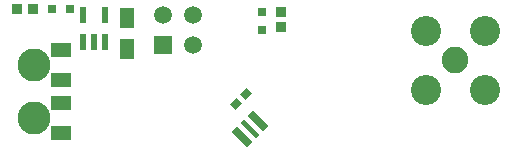
<source format=gbs>
G04*
G04 #@! TF.GenerationSoftware,Altium Limited,Altium Designer,22.10.1 (41)*
G04*
G04 Layer_Color=14186556*
%FSTAX24Y24*%
%MOIN*%
G70*
G04*
G04 #@! TF.SameCoordinates,87BD3A09-32BE-4FA1-A735-6A54E07DCED2*
G04*
G04*
G04 #@! TF.FilePolarity,Negative*
G04*
G01*
G75*
%ADD29R,0.0335X0.0374*%
%ADD30R,0.0374X0.0335*%
G04:AMPARAMS|DCode=33|XSize=23.6mil|YSize=29.5mil|CornerRadius=0mil|HoleSize=0mil|Usage=FLASHONLY|Rotation=315.000|XOffset=0mil|YOffset=0mil|HoleType=Round|Shape=Rectangle|*
%AMROTATEDRECTD33*
4,1,4,-0.0188,-0.0021,0.0021,0.0188,0.0188,0.0021,-0.0021,-0.0188,-0.0188,-0.0021,0.0*
%
%ADD33ROTATEDRECTD33*%

%ADD36C,0.1004*%
%ADD37C,0.0886*%
%ADD38C,0.1102*%
%ADD39R,0.0594X0.0594*%
%ADD40C,0.0594*%
%ADD49R,0.0484X0.0709*%
%ADD50R,0.0315X0.0315*%
%ADD51R,0.0315X0.0315*%
G04:AMPARAMS|DCode=52|XSize=23.6mil|YSize=74.8mil|CornerRadius=0mil|HoleSize=0mil|Usage=FLASHONLY|Rotation=45.000|XOffset=0mil|YOffset=0mil|HoleType=Round|Shape=Rectangle|*
%AMROTATEDRECTD52*
4,1,4,0.0181,-0.0348,-0.0348,0.0181,-0.0181,0.0348,0.0348,-0.0181,0.0181,-0.0348,0.0*
%
%ADD52ROTATEDRECTD52*%

G04:AMPARAMS|DCode=53|XSize=15.7mil|YSize=74.8mil|CornerRadius=0mil|HoleSize=0mil|Usage=FLASHONLY|Rotation=45.000|XOffset=0mil|YOffset=0mil|HoleType=Round|Shape=Rectangle|*
%AMROTATEDRECTD53*
4,1,4,0.0209,-0.0320,-0.0320,0.0209,-0.0209,0.0320,0.0320,-0.0209,0.0209,-0.0320,0.0*
%
%ADD53ROTATEDRECTD53*%

%ADD54R,0.0236X0.0520*%
%ADD55R,0.0669X0.0512*%
D29*
X006794Y011D02*
D03*
X007306D02*
D03*
D30*
X0156Y010906D02*
D03*
Y010394D02*
D03*
D33*
X01409Y00784D02*
D03*
X01441Y00816D02*
D03*
D36*
X020416Y010284D02*
D03*
X022384D02*
D03*
Y008316D02*
D03*
X020416D02*
D03*
D37*
X0214Y0093D02*
D03*
D38*
X007344Y007364D02*
D03*
X007344Y009136D02*
D03*
D39*
X01165Y0098D02*
D03*
D40*
Y0108D02*
D03*
X01265Y0098D02*
D03*
Y0108D02*
D03*
D49*
X01045Y010716D02*
D03*
Y009684D02*
D03*
D50*
X008545Y011D02*
D03*
X007955D02*
D03*
D51*
X01495Y010305D02*
D03*
Y010895D02*
D03*
D52*
X014814Y007264D02*
D03*
X014286Y006736D02*
D03*
D53*
X01455Y007D02*
D03*
D54*
X009724Y010803D02*
D03*
X008976D02*
D03*
Y009897D02*
D03*
X00935D02*
D03*
X009724D02*
D03*
D55*
X008269Y007856D02*
D03*
Y008644D02*
D03*
Y006872D02*
D03*
Y009628D02*
D03*
M02*

</source>
